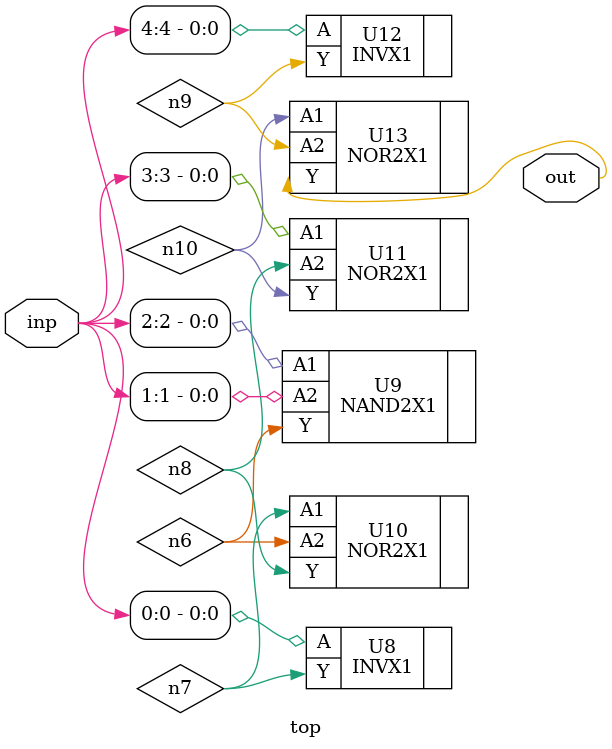
<source format=sv>


module top ( inp, out );
  input [4:0] inp;
  output out;
  wire   n6, n7, n8, n9, n10;

  INVX1 U8 ( .A(inp[0]), .Y(n7) );
  NAND2X1 U9 ( .A1(inp[2]), .A2(inp[1]), .Y(n6) );
  NOR2X1 U10 ( .A1(n7), .A2(n6), .Y(n8) );
  NOR2X1 U11 ( .A1(inp[3]), .A2(n8), .Y(n10) );
  INVX1 U12 ( .A(inp[4]), .Y(n9) );
  NOR2X1 U13 ( .A1(n10), .A2(n9), .Y(out) );
endmodule


</source>
